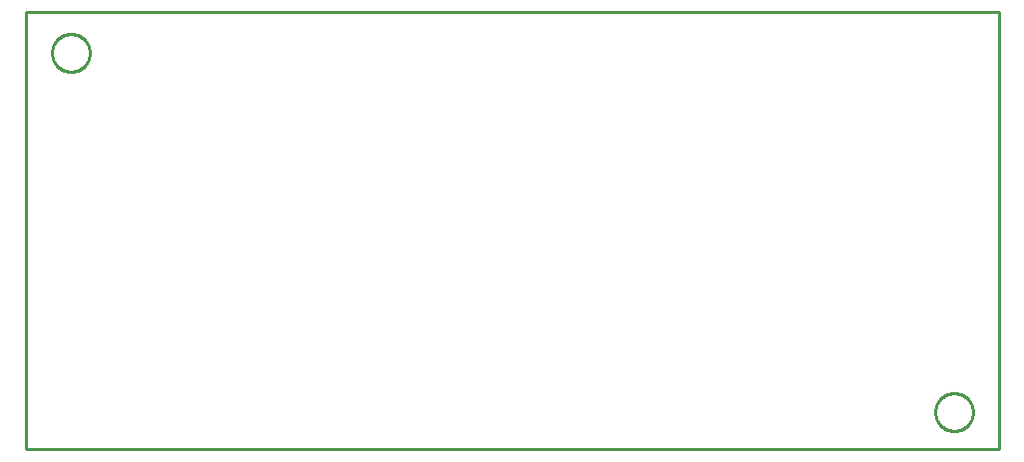
<source format=gbr>
G04 EAGLE Gerber X2 export*
%TF.Part,Single*%
%TF.FileFunction,Profile,NP*%
%TF.FilePolarity,Positive*%
%TF.GenerationSoftware,Autodesk,EAGLE,8.6.0*%
%TF.CreationDate,2018-01-28T12:09:13Z*%
G75*
%MOMM*%
%FSLAX34Y34*%
%LPD*%
%AMOC8*
5,1,8,0,0,1.08239X$1,22.5*%
G01*
%ADD10C,0.254000*%


D10*
X0Y0D02*
X825300Y0D01*
X825300Y371350D01*
X0Y371350D01*
X0Y0D01*
X803400Y31226D02*
X803332Y30181D01*
X803195Y29142D01*
X802990Y28115D01*
X802719Y27103D01*
X802383Y26111D01*
X801982Y25143D01*
X801518Y24204D01*
X800995Y23296D01*
X800413Y22425D01*
X799775Y21594D01*
X799084Y20807D01*
X798343Y20066D01*
X797556Y19375D01*
X796725Y18738D01*
X795854Y18156D01*
X794946Y17632D01*
X794007Y17168D01*
X793039Y16767D01*
X792047Y16431D01*
X791035Y16160D01*
X790008Y15955D01*
X788969Y15819D01*
X787924Y15750D01*
X786876Y15750D01*
X785831Y15819D01*
X784792Y15955D01*
X783765Y16160D01*
X782753Y16431D01*
X781761Y16767D01*
X780793Y17168D01*
X779854Y17632D01*
X778946Y18156D01*
X778075Y18738D01*
X777244Y19375D01*
X776457Y20066D01*
X775716Y20807D01*
X775025Y21594D01*
X774388Y22425D01*
X773806Y23296D01*
X773282Y24204D01*
X772818Y25143D01*
X772417Y26111D01*
X772081Y27103D01*
X771810Y28115D01*
X771605Y29142D01*
X771469Y30181D01*
X771400Y31226D01*
X771400Y32274D01*
X771469Y33319D01*
X771605Y34358D01*
X771810Y35385D01*
X772081Y36397D01*
X772417Y37389D01*
X772818Y38357D01*
X773282Y39296D01*
X773806Y40204D01*
X774388Y41075D01*
X775025Y41906D01*
X775716Y42693D01*
X776457Y43434D01*
X777244Y44125D01*
X778075Y44763D01*
X778946Y45345D01*
X779854Y45868D01*
X780793Y46332D01*
X781761Y46733D01*
X782753Y47069D01*
X783765Y47340D01*
X784792Y47545D01*
X785831Y47682D01*
X786876Y47750D01*
X787924Y47750D01*
X788969Y47682D01*
X790008Y47545D01*
X791035Y47340D01*
X792047Y47069D01*
X793039Y46733D01*
X794007Y46332D01*
X794946Y45868D01*
X795854Y45345D01*
X796725Y44763D01*
X797556Y44125D01*
X798343Y43434D01*
X799084Y42693D01*
X799775Y41906D01*
X800413Y41075D01*
X800995Y40204D01*
X801518Y39296D01*
X801982Y38357D01*
X802383Y37389D01*
X802719Y36397D01*
X802990Y35385D01*
X803195Y34358D01*
X803332Y33319D01*
X803400Y32274D01*
X803400Y31226D01*
X54100Y336026D02*
X54032Y334981D01*
X53895Y333942D01*
X53690Y332915D01*
X53419Y331903D01*
X53083Y330911D01*
X52682Y329943D01*
X52218Y329004D01*
X51695Y328096D01*
X51113Y327225D01*
X50475Y326394D01*
X49784Y325607D01*
X49043Y324866D01*
X48256Y324175D01*
X47425Y323538D01*
X46554Y322956D01*
X45646Y322432D01*
X44707Y321968D01*
X43739Y321567D01*
X42747Y321231D01*
X41735Y320960D01*
X40708Y320755D01*
X39669Y320619D01*
X38624Y320550D01*
X37576Y320550D01*
X36531Y320619D01*
X35492Y320755D01*
X34465Y320960D01*
X33453Y321231D01*
X32461Y321567D01*
X31493Y321968D01*
X30554Y322432D01*
X29646Y322956D01*
X28775Y323538D01*
X27944Y324175D01*
X27157Y324866D01*
X26416Y325607D01*
X25725Y326394D01*
X25088Y327225D01*
X24506Y328096D01*
X23982Y329004D01*
X23518Y329943D01*
X23117Y330911D01*
X22781Y331903D01*
X22510Y332915D01*
X22305Y333942D01*
X22169Y334981D01*
X22100Y336026D01*
X22100Y337074D01*
X22169Y338119D01*
X22305Y339158D01*
X22510Y340185D01*
X22781Y341197D01*
X23117Y342189D01*
X23518Y343157D01*
X23982Y344096D01*
X24506Y345004D01*
X25088Y345875D01*
X25725Y346706D01*
X26416Y347493D01*
X27157Y348234D01*
X27944Y348925D01*
X28775Y349563D01*
X29646Y350145D01*
X30554Y350668D01*
X31493Y351132D01*
X32461Y351533D01*
X33453Y351869D01*
X34465Y352140D01*
X35492Y352345D01*
X36531Y352482D01*
X37576Y352550D01*
X38624Y352550D01*
X39669Y352482D01*
X40708Y352345D01*
X41735Y352140D01*
X42747Y351869D01*
X43739Y351533D01*
X44707Y351132D01*
X45646Y350668D01*
X46554Y350145D01*
X47425Y349563D01*
X48256Y348925D01*
X49043Y348234D01*
X49784Y347493D01*
X50475Y346706D01*
X51113Y345875D01*
X51695Y345004D01*
X52218Y344096D01*
X52682Y343157D01*
X53083Y342189D01*
X53419Y341197D01*
X53690Y340185D01*
X53895Y339158D01*
X54032Y338119D01*
X54100Y337074D01*
X54100Y336026D01*
X803400Y31226D02*
X803332Y30181D01*
X803195Y29142D01*
X802990Y28115D01*
X802719Y27103D01*
X802383Y26111D01*
X801982Y25143D01*
X801518Y24204D01*
X800995Y23296D01*
X800413Y22425D01*
X799775Y21594D01*
X799084Y20807D01*
X798343Y20066D01*
X797556Y19375D01*
X796725Y18738D01*
X795854Y18156D01*
X794946Y17632D01*
X794007Y17168D01*
X793039Y16767D01*
X792047Y16431D01*
X791035Y16160D01*
X790008Y15955D01*
X788969Y15819D01*
X787924Y15750D01*
X786876Y15750D01*
X785831Y15819D01*
X784792Y15955D01*
X783765Y16160D01*
X782753Y16431D01*
X781761Y16767D01*
X780793Y17168D01*
X779854Y17632D01*
X778946Y18156D01*
X778075Y18738D01*
X777244Y19375D01*
X776457Y20066D01*
X775716Y20807D01*
X775025Y21594D01*
X774388Y22425D01*
X773806Y23296D01*
X773282Y24204D01*
X772818Y25143D01*
X772417Y26111D01*
X772081Y27103D01*
X771810Y28115D01*
X771605Y29142D01*
X771469Y30181D01*
X771400Y31226D01*
X771400Y32274D01*
X771469Y33319D01*
X771605Y34358D01*
X771810Y35385D01*
X772081Y36397D01*
X772417Y37389D01*
X772818Y38357D01*
X773282Y39296D01*
X773806Y40204D01*
X774388Y41075D01*
X775025Y41906D01*
X775716Y42693D01*
X776457Y43434D01*
X777244Y44125D01*
X778075Y44763D01*
X778946Y45345D01*
X779854Y45868D01*
X780793Y46332D01*
X781761Y46733D01*
X782753Y47069D01*
X783765Y47340D01*
X784792Y47545D01*
X785831Y47682D01*
X786876Y47750D01*
X787924Y47750D01*
X788969Y47682D01*
X790008Y47545D01*
X791035Y47340D01*
X792047Y47069D01*
X793039Y46733D01*
X794007Y46332D01*
X794946Y45868D01*
X795854Y45345D01*
X796725Y44763D01*
X797556Y44125D01*
X798343Y43434D01*
X799084Y42693D01*
X799775Y41906D01*
X800413Y41075D01*
X800995Y40204D01*
X801518Y39296D01*
X801982Y38357D01*
X802383Y37389D01*
X802719Y36397D01*
X802990Y35385D01*
X803195Y34358D01*
X803332Y33319D01*
X803400Y32274D01*
X803400Y31226D01*
X54100Y336026D02*
X54032Y334981D01*
X53895Y333942D01*
X53690Y332915D01*
X53419Y331903D01*
X53083Y330911D01*
X52682Y329943D01*
X52218Y329004D01*
X51695Y328096D01*
X51113Y327225D01*
X50475Y326394D01*
X49784Y325607D01*
X49043Y324866D01*
X48256Y324175D01*
X47425Y323538D01*
X46554Y322956D01*
X45646Y322432D01*
X44707Y321968D01*
X43739Y321567D01*
X42747Y321231D01*
X41735Y320960D01*
X40708Y320755D01*
X39669Y320619D01*
X38624Y320550D01*
X37576Y320550D01*
X36531Y320619D01*
X35492Y320755D01*
X34465Y320960D01*
X33453Y321231D01*
X32461Y321567D01*
X31493Y321968D01*
X30554Y322432D01*
X29646Y322956D01*
X28775Y323538D01*
X27944Y324175D01*
X27157Y324866D01*
X26416Y325607D01*
X25725Y326394D01*
X25088Y327225D01*
X24506Y328096D01*
X23982Y329004D01*
X23518Y329943D01*
X23117Y330911D01*
X22781Y331903D01*
X22510Y332915D01*
X22305Y333942D01*
X22169Y334981D01*
X22100Y336026D01*
X22100Y337074D01*
X22169Y338119D01*
X22305Y339158D01*
X22510Y340185D01*
X22781Y341197D01*
X23117Y342189D01*
X23518Y343157D01*
X23982Y344096D01*
X24506Y345004D01*
X25088Y345875D01*
X25725Y346706D01*
X26416Y347493D01*
X27157Y348234D01*
X27944Y348925D01*
X28775Y349563D01*
X29646Y350145D01*
X30554Y350668D01*
X31493Y351132D01*
X32461Y351533D01*
X33453Y351869D01*
X34465Y352140D01*
X35492Y352345D01*
X36531Y352482D01*
X37576Y352550D01*
X38624Y352550D01*
X39669Y352482D01*
X40708Y352345D01*
X41735Y352140D01*
X42747Y351869D01*
X43739Y351533D01*
X44707Y351132D01*
X45646Y350668D01*
X46554Y350145D01*
X47425Y349563D01*
X48256Y348925D01*
X49043Y348234D01*
X49784Y347493D01*
X50475Y346706D01*
X51113Y345875D01*
X51695Y345004D01*
X52218Y344096D01*
X52682Y343157D01*
X53083Y342189D01*
X53419Y341197D01*
X53690Y340185D01*
X53895Y339158D01*
X54032Y338119D01*
X54100Y337074D01*
X54100Y336026D01*
M02*

</source>
